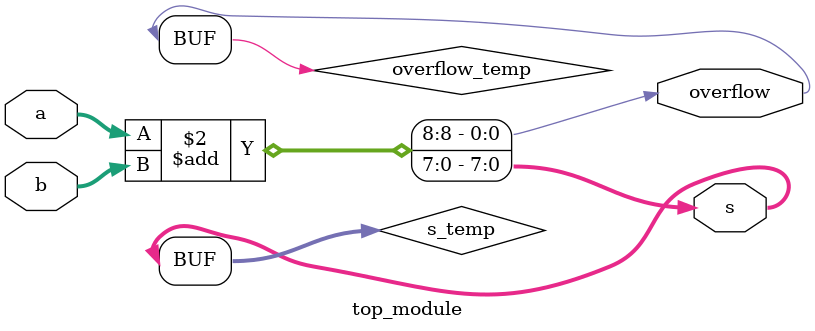
<source format=sv>
module top_module (
	input [7:0] a,
	input [7:0] b,
	output [7:0] s,
	output overflow
);

  reg [7:0] s_temp;
  reg overflow_temp;

  always @(*) begin
    {overflow_temp, s_temp} = a + b;
  end

  assign s = s_temp;
  assign overflow = overflow_temp;

endmodule

</source>
